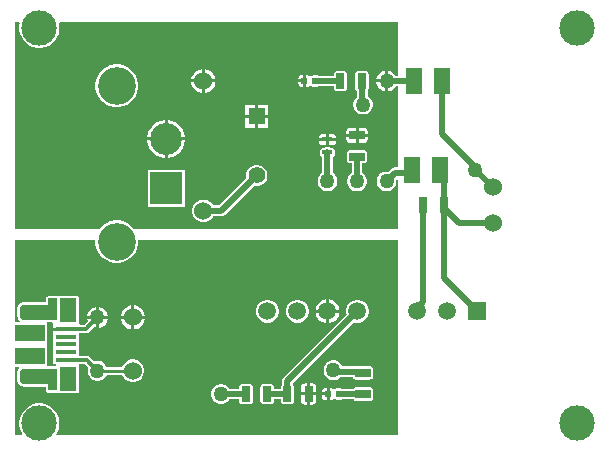
<source format=gtl>
G04*
G04 #@! TF.GenerationSoftware,Altium Limited,Altium Designer,21.7.1 (17)*
G04*
G04 Layer_Physical_Order=1*
G04 Layer_Color=255*
%FSLAX25Y25*%
%MOIN*%
G70*
G04*
G04 #@! TF.SameCoordinates,6A9AB2AD-3E5E-4466-BBF7-A39550D9A4E3*
G04*
G04*
G04 #@! TF.FilePolarity,Positive*
G04*
G01*
G75*
%ADD16C,0.01000*%
%ADD17C,0.01968*%
%ADD38R,0.06890X0.01575*%
%ADD39R,0.09843X0.05610*%
%ADD40R,0.05630X0.09134*%
G04:AMPARAMS|DCode=41|XSize=51.18mil|YSize=29.92mil|CornerRadius=3.74mil|HoleSize=0mil|Usage=FLASHONLY|Rotation=90.000|XOffset=0mil|YOffset=0mil|HoleType=Round|Shape=RoundedRectangle|*
%AMROUNDEDRECTD41*
21,1,0.05118,0.02244,0,0,90.0*
21,1,0.04370,0.02992,0,0,90.0*
1,1,0.00748,0.01122,0.02185*
1,1,0.00748,0.01122,-0.02185*
1,1,0.00748,-0.01122,-0.02185*
1,1,0.00748,-0.01122,0.02185*
%
%ADD41ROUNDEDRECTD41*%
G04:AMPARAMS|DCode=42|XSize=51.18mil|YSize=29.92mil|CornerRadius=3.74mil|HoleSize=0mil|Usage=FLASHONLY|Rotation=180.000|XOffset=0mil|YOffset=0mil|HoleType=Round|Shape=RoundedRectangle|*
%AMROUNDEDRECTD42*
21,1,0.05118,0.02244,0,0,180.0*
21,1,0.04370,0.02992,0,0,180.0*
1,1,0.00748,-0.02185,0.01122*
1,1,0.00748,0.02185,0.01122*
1,1,0.00748,0.02185,-0.01122*
1,1,0.00748,-0.02185,-0.01122*
%
%ADD42ROUNDEDRECTD42*%
G04:AMPARAMS|DCode=43|XSize=21.65mil|YSize=19.68mil|CornerRadius=2.46mil|HoleSize=0mil|Usage=FLASHONLY|Rotation=270.000|XOffset=0mil|YOffset=0mil|HoleType=Round|Shape=RoundedRectangle|*
%AMROUNDEDRECTD43*
21,1,0.02165,0.01476,0,0,270.0*
21,1,0.01673,0.01968,0,0,270.0*
1,1,0.00492,-0.00738,-0.00837*
1,1,0.00492,-0.00738,0.00837*
1,1,0.00492,0.00738,0.00837*
1,1,0.00492,0.00738,-0.00837*
%
%ADD43ROUNDEDRECTD43*%
G04:AMPARAMS|DCode=44|XSize=15.75mil|YSize=35.43mil|CornerRadius=1.97mil|HoleSize=0mil|Usage=FLASHONLY|Rotation=270.000|XOffset=0mil|YOffset=0mil|HoleType=Round|Shape=RoundedRectangle|*
%AMROUNDEDRECTD44*
21,1,0.01575,0.03150,0,0,270.0*
21,1,0.01181,0.03543,0,0,270.0*
1,1,0.00394,-0.01575,-0.00591*
1,1,0.00394,-0.01575,0.00591*
1,1,0.00394,0.01575,0.00591*
1,1,0.00394,0.01575,-0.00591*
%
%ADD44ROUNDEDRECTD44*%
%ADD45C,0.06000*%
%ADD46C,0.01181*%
%ADD47R,0.05748X0.07874*%
%ADD48R,0.05937X0.05937*%
%ADD49C,0.05937*%
%ADD50O,0.06693X0.04724*%
%ADD51O,0.05512X0.03937*%
%ADD52R,0.10630X0.10630*%
%ADD53C,0.10630*%
%ADD54C,0.12598*%
%ADD55R,0.05512X0.05512*%
%ADD56C,0.05512*%
%ADD57C,0.11811*%
%ADD58C,0.05000*%
G36*
X129528Y125822D02*
X128589D01*
X128391Y126165D01*
X127740Y126816D01*
X126942Y127277D01*
X126091Y127505D01*
Y124016D01*
Y120526D01*
X126942Y120754D01*
X127740Y121215D01*
X128391Y121867D01*
X128589Y122209D01*
X129528D01*
Y95186D01*
X128419D01*
X127728Y95048D01*
X127142Y94657D01*
X126260Y93775D01*
X126023Y93839D01*
X125158D01*
X124322Y93615D01*
X123572Y93182D01*
X122960Y92570D01*
X122527Y91820D01*
X122303Y90984D01*
Y90118D01*
X122527Y89282D01*
X122960Y88533D01*
X123572Y87921D01*
X124322Y87488D01*
X125158Y87264D01*
X126023D01*
X126859Y87488D01*
X127609Y87921D01*
X128221Y88533D01*
X128654Y89282D01*
X128878Y90118D01*
Y90984D01*
X129028Y91103D01*
X129528Y90863D01*
Y74803D01*
X41259D01*
X41135Y74990D01*
X40147Y75977D01*
X38987Y76753D01*
X37697Y77287D01*
X36328Y77559D01*
X34932D01*
X33563Y77287D01*
X32273Y76753D01*
X31113Y75977D01*
X30125Y74990D01*
X30001Y74803D01*
X1575D01*
Y143701D01*
X2900D01*
X3311Y143201D01*
X3150Y142392D01*
Y141073D01*
X3407Y139780D01*
X3911Y138562D01*
X4644Y137466D01*
X5576Y136534D01*
X6672Y135801D01*
X7890Y135297D01*
X9183Y135039D01*
X10502D01*
X11795Y135297D01*
X13013Y135801D01*
X14109Y136534D01*
X15041Y137466D01*
X15774Y138562D01*
X16278Y139780D01*
X16535Y141073D01*
Y142392D01*
X16374Y143201D01*
X16785Y143701D01*
X129528D01*
Y125822D01*
D02*
G37*
G36*
Y5906D02*
X15792D01*
X15556Y6346D01*
X15774Y6672D01*
X16278Y7890D01*
X16535Y9183D01*
Y10502D01*
X16278Y11795D01*
X15774Y13013D01*
X15041Y14109D01*
X14109Y15041D01*
X13013Y15774D01*
X11795Y16278D01*
X10502Y16535D01*
X9183D01*
X7890Y16278D01*
X6672Y15774D01*
X5576Y15041D01*
X4644Y14109D01*
X3911Y13013D01*
X3407Y11795D01*
X3150Y10502D01*
Y9183D01*
X3407Y7890D01*
X3911Y6672D01*
X4129Y6346D01*
X3893Y5906D01*
X1575D01*
Y28839D01*
X3184D01*
X3345Y28424D01*
X3351Y28339D01*
X3332Y28318D01*
X3284Y28289D01*
X3174Y28187D01*
X3165Y28174D01*
X3153Y28166D01*
X3049Y28062D01*
X3017Y28015D01*
X2975Y27977D01*
X2879Y27849D01*
X2857Y27806D01*
X2825Y27769D01*
X2754Y27647D01*
X2750Y27633D01*
X2740Y27621D01*
X2673Y27495D01*
X2659Y27448D01*
X2633Y27406D01*
X2574Y27253D01*
X2566Y27210D01*
X2547Y27171D01*
X2506Y27015D01*
X2503Y26973D01*
X2488Y26933D01*
X2463Y26770D01*
X2465Y26726D01*
X2454Y26683D01*
X2446Y26514D01*
X2449Y26495D01*
X2445Y26476D01*
Y24508D01*
X2450Y24486D01*
X2446Y24465D01*
X2454Y24319D01*
X2462Y24287D01*
X2460Y24255D01*
X2480Y24109D01*
X2488Y24087D01*
X2487Y24064D01*
X2511Y23942D01*
X2529Y23899D01*
X2534Y23852D01*
X2585Y23690D01*
X2613Y23639D01*
X2629Y23582D01*
X2699Y23436D01*
X2713Y23419D01*
X2719Y23397D01*
X2798Y23256D01*
X2835Y23212D01*
X2860Y23161D01*
X2959Y23031D01*
X2979Y23012D01*
X2993Y22988D01*
X3099Y22866D01*
X3144Y22832D01*
X3179Y22787D01*
X3297Y22685D01*
X3322Y22670D01*
X3341Y22649D01*
X3467Y22555D01*
X3505Y22536D01*
X3536Y22508D01*
X3673Y22426D01*
X3703Y22415D01*
X3728Y22396D01*
X3877Y22321D01*
X3942Y22303D01*
X4002Y22272D01*
X4143Y22228D01*
X4215Y22207D01*
X4236Y22204D01*
X4255Y22195D01*
X4325Y22178D01*
X4382Y22175D01*
X4436Y22158D01*
X4585Y22142D01*
X4607Y22144D01*
X4628Y22139D01*
X4782Y22131D01*
X4802Y22134D01*
X4823Y22130D01*
X12091D01*
Y20866D01*
X12152Y20559D01*
X12326Y20299D01*
X12586Y20124D01*
X12894Y20063D01*
X15650D01*
X15957Y20124D01*
X16141Y20248D01*
X16327Y20123D01*
X16634Y20062D01*
X22382D01*
X22690Y20123D01*
X22950Y20298D01*
X23124Y20558D01*
X23185Y20865D01*
Y28739D01*
X23124Y29046D01*
X23093Y29094D01*
X23038Y29241D01*
X23157Y29581D01*
X23245Y29697D01*
X25009D01*
X26128Y28578D01*
X25945Y27893D01*
Y27028D01*
X26169Y26192D01*
X26602Y25442D01*
X27214Y24830D01*
X27963Y24397D01*
X28800Y24173D01*
X29665D01*
X30501Y24397D01*
X31251Y24830D01*
X31863Y25442D01*
X32270Y26148D01*
X37474D01*
X37514Y25999D01*
X38013Y25135D01*
X38718Y24430D01*
X39581Y23931D01*
X40545Y23673D01*
X41542D01*
X42505Y23931D01*
X43369Y24430D01*
X44074Y25135D01*
X44573Y25999D01*
X44831Y26962D01*
Y27959D01*
X44573Y28923D01*
X44074Y29786D01*
X43369Y30491D01*
X42505Y30990D01*
X41542Y31248D01*
X40545D01*
X39581Y30990D01*
X38718Y30491D01*
X38013Y29786D01*
X37514Y28923D01*
X37474Y28773D01*
X32270D01*
X31863Y29479D01*
X31251Y30091D01*
X30501Y30524D01*
X29665Y30748D01*
X28800D01*
X28115Y30565D01*
X26584Y32096D01*
X26128Y32400D01*
X25591Y32507D01*
X22933D01*
Y34646D01*
Y39551D01*
X23146D01*
Y39934D01*
X25394D01*
X25931Y40041D01*
X26387Y40345D01*
X27942Y41899D01*
X28732Y41688D01*
Y44677D01*
X25743D01*
X25955Y43886D01*
X24812Y42744D01*
X23447D01*
X23149Y43203D01*
X23169Y43617D01*
X23185Y43700D01*
Y51574D01*
X23124Y51881D01*
X22950Y52142D01*
X22690Y52316D01*
X22382Y52377D01*
X16634D01*
X16327Y52316D01*
X16143Y52192D01*
X15957Y52316D01*
X15650Y52378D01*
X12894D01*
X12586Y52316D01*
X12326Y52143D01*
X12152Y51882D01*
X12091Y51575D01*
Y50311D01*
X4823D01*
X4802Y50307D01*
X4782Y50310D01*
X4628Y50302D01*
X4607Y50296D01*
X4585Y50298D01*
X4436Y50283D01*
X4382Y50266D01*
X4325Y50263D01*
X4255Y50246D01*
X4236Y50237D01*
X4215Y50235D01*
X4002Y50169D01*
X3942Y50138D01*
X3877Y50120D01*
X3728Y50045D01*
X3703Y50026D01*
X3673Y50015D01*
X3536Y49933D01*
X3505Y49904D01*
X3467Y49886D01*
X3341Y49792D01*
X3322Y49771D01*
X3297Y49756D01*
X3179Y49654D01*
X3144Y49609D01*
X3099Y49575D01*
X2993Y49452D01*
X2979Y49428D01*
X2959Y49410D01*
X2860Y49280D01*
X2835Y49229D01*
X2798Y49185D01*
X2719Y49043D01*
X2713Y49022D01*
X2699Y49005D01*
X2629Y48859D01*
X2613Y48802D01*
X2585Y48750D01*
X2534Y48589D01*
X2529Y48542D01*
X2511Y48499D01*
X2487Y48377D01*
X2488Y48354D01*
X2480Y48332D01*
X2460Y48186D01*
X2462Y48154D01*
X2454Y48122D01*
X2446Y47976D01*
X2450Y47955D01*
X2445Y47933D01*
Y45965D01*
X2449Y45946D01*
X2446Y45927D01*
X2454Y45758D01*
X2465Y45715D01*
X2463Y45671D01*
X2488Y45508D01*
X2503Y45468D01*
X2506Y45426D01*
X2547Y45270D01*
X2566Y45231D01*
X2574Y45188D01*
X2633Y45035D01*
X2659Y44993D01*
X2673Y44946D01*
X2740Y44820D01*
X2750Y44808D01*
X2754Y44794D01*
X2825Y44672D01*
X2857Y44635D01*
X2879Y44592D01*
X2975Y44464D01*
X3017Y44426D01*
X3049Y44379D01*
X3153Y44275D01*
X3165Y44266D01*
X3174Y44254D01*
X3284Y44152D01*
X3332Y44123D01*
X3351Y44102D01*
X3345Y44017D01*
X3184Y43602D01*
X1575D01*
Y70866D01*
X28543D01*
Y69775D01*
X28816Y68405D01*
X29350Y67116D01*
X30125Y65955D01*
X31113Y64968D01*
X32273Y64192D01*
X33563Y63658D01*
X34932Y63386D01*
X36328D01*
X37697Y63658D01*
X38987Y64192D01*
X40147Y64968D01*
X41135Y65955D01*
X41910Y67116D01*
X42444Y68405D01*
X42717Y69775D01*
Y70866D01*
X129528D01*
Y5906D01*
D02*
G37*
G36*
X15650Y44390D02*
X4736D01*
X4650Y44394D01*
X4567Y44409D01*
X4488Y44425D01*
X4421Y44441D01*
X4354Y44461D01*
X4228Y44508D01*
X4087Y44571D01*
X3949Y44657D01*
X3831Y44740D01*
X3720Y44842D01*
X3616Y44947D01*
X3520Y45075D01*
X3449Y45197D01*
X3382Y45323D01*
X3323Y45476D01*
X3281Y45632D01*
X3256Y45795D01*
X3248Y45965D01*
Y47933D01*
X3256Y48079D01*
X3276Y48224D01*
X3299Y48346D01*
X3350Y48508D01*
X3421Y48654D01*
X3500Y48795D01*
X3598Y48925D01*
X3705Y49047D01*
X3823Y49150D01*
X3949Y49244D01*
X4087Y49327D01*
X4236Y49402D01*
X4378Y49445D01*
X4449Y49467D01*
X4520Y49484D01*
X4669Y49500D01*
X4823Y49508D01*
X12894D01*
Y51575D01*
X15650D01*
Y44390D01*
D02*
G37*
G36*
X14256Y43126D02*
X14256D01*
Y41839D01*
X18701D01*
Y40839D01*
X14256D01*
Y39551D01*
X14469D01*
Y34646D01*
Y32087D01*
Y29528D01*
X15272D01*
X15541Y29028D01*
X15426Y28854D01*
X12303D01*
Y36024D01*
X12303D01*
Y36417D01*
X12303D01*
Y43587D01*
X14162D01*
X14256Y43126D01*
D02*
G37*
G36*
X15650Y20866D02*
X12894D01*
Y22933D01*
X4823D01*
X4669Y22941D01*
X4520Y22957D01*
X4449Y22974D01*
X4378Y22996D01*
X4236Y23039D01*
X4087Y23114D01*
X3949Y23197D01*
X3823Y23291D01*
X3705Y23394D01*
X3598Y23516D01*
X3500Y23646D01*
X3421Y23787D01*
X3350Y23933D01*
X3299Y24094D01*
X3276Y24216D01*
X3256Y24362D01*
X3248Y24508D01*
Y26476D01*
X3256Y26646D01*
X3281Y26809D01*
X3323Y26965D01*
X3382Y27118D01*
X3449Y27244D01*
X3520Y27366D01*
X3616Y27494D01*
X3720Y27598D01*
X3831Y27701D01*
X3949Y27784D01*
X4087Y27870D01*
X4228Y27933D01*
X4354Y27980D01*
X4421Y28000D01*
X4488Y28016D01*
X4567Y28032D01*
X4650Y28047D01*
X4736Y28051D01*
X15650D01*
Y20866D01*
D02*
G37*
%LPC*%
G36*
X111358Y127385D02*
X109114D01*
X108661Y127295D01*
X108277Y127038D01*
X108020Y126654D01*
X107930Y126201D01*
Y125822D01*
X102938D01*
X102933Y125826D01*
X102530Y125906D01*
X101053D01*
X100650Y125826D01*
X100308Y125598D01*
X99878Y125740D01*
X99820Y125767D01*
X99433Y126026D01*
X98947Y126123D01*
X98709D01*
Y124016D01*
Y121909D01*
X98947D01*
X99433Y122005D01*
X99820Y122264D01*
X99878Y122292D01*
X100308Y122434D01*
X100443Y122344D01*
X100650Y122206D01*
X101053Y122125D01*
X102530D01*
X102933Y122206D01*
X102938Y122209D01*
X107930D01*
Y121831D01*
X108020Y121378D01*
X108277Y120993D01*
X108661Y120737D01*
X109114Y120647D01*
X111358D01*
X111811Y120737D01*
X112196Y120993D01*
X112452Y121378D01*
X112542Y121831D01*
Y126201D01*
X112452Y126654D01*
X112196Y127038D01*
X111811Y127295D01*
X111358Y127385D01*
D02*
G37*
G36*
X125091Y127505D02*
X124240Y127277D01*
X123442Y126816D01*
X122790Y126165D01*
X122329Y125367D01*
X122101Y124516D01*
X125091D01*
Y127505D01*
D02*
G37*
G36*
X65093Y128016D02*
X65067D01*
Y124516D01*
X68567D01*
Y124542D01*
X68294Y125560D01*
X67768Y126472D01*
X67023Y127217D01*
X66111Y127743D01*
X65093Y128016D01*
D02*
G37*
G36*
X64067D02*
X64040D01*
X63023Y127743D01*
X62111Y127217D01*
X61366Y126472D01*
X60839Y125560D01*
X60567Y124542D01*
Y124516D01*
X64067D01*
Y128016D01*
D02*
G37*
G36*
X97709Y126123D02*
X97470D01*
X96984Y126026D01*
X96572Y125751D01*
X96297Y125338D01*
X96200Y124852D01*
Y124516D01*
X97709D01*
Y126123D01*
D02*
G37*
G36*
Y123516D02*
X96200D01*
Y123179D01*
X96297Y122693D01*
X96572Y122281D01*
X96984Y122005D01*
X97470Y121909D01*
X97709D01*
Y123516D01*
D02*
G37*
G36*
X125091Y123516D02*
X122101D01*
X122329Y122665D01*
X122790Y121867D01*
X123442Y121215D01*
X124240Y120754D01*
X125091Y120526D01*
Y123516D01*
D02*
G37*
G36*
X68567D02*
X65067D01*
Y120016D01*
X65093D01*
X66111Y120288D01*
X67023Y120815D01*
X67768Y121560D01*
X68294Y122472D01*
X68567Y123489D01*
Y123516D01*
D02*
G37*
G36*
X64067D02*
X60567D01*
Y123489D01*
X60839Y122472D01*
X61366Y121560D01*
X62111Y120815D01*
X63023Y120288D01*
X64040Y120016D01*
X64067D01*
Y123516D01*
D02*
G37*
G36*
X36328Y129527D02*
X34932D01*
X33563Y129255D01*
X32273Y128721D01*
X31113Y127945D01*
X30125Y126958D01*
X29350Y125798D01*
X28816Y124508D01*
X28543Y123139D01*
Y121743D01*
X28816Y120374D01*
X29350Y119084D01*
X30125Y117923D01*
X31113Y116936D01*
X32273Y116161D01*
X33563Y115627D01*
X34932Y115354D01*
X36328D01*
X37697Y115627D01*
X38987Y116161D01*
X40147Y116936D01*
X41135Y117923D01*
X41910Y119084D01*
X42444Y120374D01*
X42717Y121743D01*
Y123139D01*
X42444Y124508D01*
X41910Y125798D01*
X41135Y126958D01*
X40147Y127945D01*
X38987Y128721D01*
X37697Y129255D01*
X36328Y129527D01*
D02*
G37*
G36*
X118405Y127385D02*
X116161D01*
X115708Y127295D01*
X115324Y127038D01*
X115067Y126654D01*
X114977Y126201D01*
Y121831D01*
X115067Y121378D01*
X115324Y120993D01*
X115694Y120747D01*
Y118768D01*
X115086Y118160D01*
X114653Y117411D01*
X114429Y116575D01*
Y115709D01*
X114653Y114873D01*
X115086Y114123D01*
X115698Y113511D01*
X116448Y113078D01*
X117284Y112854D01*
X118149D01*
X118985Y113078D01*
X119735Y113511D01*
X120347Y114123D01*
X120780Y114873D01*
X121004Y115709D01*
Y116575D01*
X120780Y117411D01*
X120347Y118160D01*
X119735Y118772D01*
X119306Y119020D01*
Y121089D01*
X119500Y121378D01*
X119590Y121831D01*
Y126201D01*
X119500Y126654D01*
X119243Y127038D01*
X118859Y127295D01*
X118405Y127385D01*
D02*
G37*
G36*
X86039Y115961D02*
X82784D01*
Y112705D01*
X86039D01*
Y115961D01*
D02*
G37*
G36*
X81783D02*
X78528D01*
Y112705D01*
X81783D01*
Y115961D01*
D02*
G37*
G36*
X86039Y111705D02*
X82784D01*
Y108449D01*
X86039D01*
Y111705D01*
D02*
G37*
G36*
X81783D02*
X78528D01*
Y108449D01*
X81783D01*
Y111705D01*
D02*
G37*
G36*
X117933Y108389D02*
X116248D01*
Y106366D01*
X119334D01*
Y106988D01*
X119227Y107524D01*
X118924Y107979D01*
X118469Y108282D01*
X117933Y108389D01*
D02*
G37*
G36*
X115248D02*
X113563D01*
X113027Y108282D01*
X112572Y107979D01*
X112269Y107524D01*
X112162Y106988D01*
Y106366D01*
X115248D01*
Y108389D01*
D02*
G37*
G36*
X52787Y111039D02*
X52665D01*
Y105224D01*
X58480D01*
Y105346D01*
X58238Y106566D01*
X57762Y107716D01*
X57070Y108750D01*
X56191Y109630D01*
X55157Y110321D01*
X54007Y110797D01*
X52787Y111039D01*
D02*
G37*
G36*
X51665D02*
X51543D01*
X50323Y110797D01*
X49174Y110321D01*
X48140Y109630D01*
X47260Y108750D01*
X46569Y107716D01*
X46093Y106566D01*
X45850Y105346D01*
Y105224D01*
X51665D01*
Y111039D01*
D02*
G37*
G36*
X107480Y106338D02*
X106405D01*
Y105027D01*
X108701D01*
Y105118D01*
X108608Y105585D01*
X108343Y105981D01*
X107947Y106246D01*
X107480Y106338D01*
D02*
G37*
G36*
X105405D02*
X104331D01*
X103864Y106246D01*
X103468Y105981D01*
X103203Y105585D01*
X103110Y105118D01*
Y105027D01*
X105405D01*
Y106338D01*
D02*
G37*
G36*
X119334Y105366D02*
X116248D01*
Y103343D01*
X117933D01*
X118469Y103450D01*
X118924Y103753D01*
X119227Y104208D01*
X119334Y104744D01*
Y105366D01*
D02*
G37*
G36*
X115248D02*
X112162D01*
Y104744D01*
X112269Y104208D01*
X112572Y103753D01*
X113027Y103450D01*
X113563Y103343D01*
X115248D01*
Y105366D01*
D02*
G37*
G36*
X108701Y104027D02*
X106405D01*
Y102717D01*
X107480D01*
X107947Y102810D01*
X108343Y103074D01*
X108608Y103470D01*
X108701Y103937D01*
Y104027D01*
D02*
G37*
G36*
X105405D02*
X103110D01*
Y103937D01*
X103203Y103470D01*
X103468Y103074D01*
X103864Y102810D01*
X104331Y102717D01*
X105405D01*
Y104027D01*
D02*
G37*
G36*
X58480Y104224D02*
X52665D01*
Y98409D01*
X52787D01*
X54007Y98652D01*
X55157Y99128D01*
X56191Y99819D01*
X57070Y100699D01*
X57762Y101733D01*
X58238Y102882D01*
X58480Y104102D01*
Y104224D01*
D02*
G37*
G36*
X51665D02*
X45850D01*
Y104102D01*
X46093Y102882D01*
X46569Y101733D01*
X47260Y100699D01*
X48140Y99819D01*
X49174Y99128D01*
X50323Y98652D01*
X51543Y98409D01*
X51665D01*
Y104224D01*
D02*
G37*
G36*
X82750Y96063D02*
X81817D01*
X80916Y95821D01*
X80108Y95355D01*
X79448Y94695D01*
X78982Y93887D01*
X78740Y92986D01*
Y92053D01*
X78851Y91641D01*
X69724Y82515D01*
X67897D01*
X67598Y83034D01*
X66892Y83739D01*
X66029Y84238D01*
X65065Y84496D01*
X64068D01*
X63105Y84238D01*
X62241Y83739D01*
X61536Y83034D01*
X61038Y82170D01*
X60780Y81207D01*
Y80210D01*
X61038Y79247D01*
X61536Y78383D01*
X62241Y77678D01*
X63105Y77179D01*
X64068Y76921D01*
X65065D01*
X66029Y77179D01*
X66892Y77678D01*
X67598Y78383D01*
X67897Y78902D01*
X70472D01*
X71164Y79040D01*
X71750Y79431D01*
X81405Y89087D01*
X81817Y88976D01*
X82750D01*
X83651Y89218D01*
X84459Y89684D01*
X85119Y90344D01*
X85585Y91152D01*
X85827Y92053D01*
Y92986D01*
X85585Y93887D01*
X85119Y94695D01*
X84459Y95355D01*
X83651Y95821D01*
X82750Y96063D01*
D02*
G37*
G36*
X117933Y101125D02*
X113563D01*
X113110Y101035D01*
X112726Y100778D01*
X112469Y100394D01*
X112379Y99941D01*
Y97697D01*
X112469Y97244D01*
X112726Y96860D01*
X113110Y96603D01*
X113563Y96513D01*
X113942D01*
Y93304D01*
X113730Y93182D01*
X113118Y92570D01*
X112685Y91820D01*
X112461Y90984D01*
Y90118D01*
X112685Y89282D01*
X113118Y88533D01*
X113730Y87921D01*
X114479Y87488D01*
X115315Y87264D01*
X116181D01*
X117017Y87488D01*
X117766Y87921D01*
X118379Y88533D01*
X118811Y89282D01*
X119035Y90118D01*
Y90984D01*
X118811Y91820D01*
X118379Y92570D01*
X117766Y93182D01*
X117554Y93304D01*
Y96513D01*
X117933D01*
X118386Y96603D01*
X118770Y96860D01*
X119027Y97244D01*
X119117Y97697D01*
Y99941D01*
X119027Y100394D01*
X118770Y100778D01*
X118386Y101035D01*
X117933Y101125D01*
D02*
G37*
G36*
X105905Y102003D02*
X105214Y101866D01*
X105102Y101791D01*
X104331D01*
X103947Y101715D01*
X103621Y101497D01*
X103404Y101171D01*
X103327Y100787D01*
Y99606D01*
X103404Y99222D01*
X103621Y98897D01*
X103947Y98679D01*
X104099Y98649D01*
Y93304D01*
X103887Y93182D01*
X103275Y92570D01*
X102842Y91820D01*
X102618Y90984D01*
Y90118D01*
X102842Y89282D01*
X103275Y88533D01*
X103887Y87921D01*
X104637Y87488D01*
X105473Y87264D01*
X106338D01*
X107174Y87488D01*
X107924Y87921D01*
X108536Y88533D01*
X108969Y89282D01*
X109193Y90118D01*
Y90984D01*
X108969Y91820D01*
X108536Y92570D01*
X107924Y93182D01*
X107712Y93304D01*
Y98649D01*
X107864Y98679D01*
X108190Y98897D01*
X108407Y99222D01*
X108484Y99606D01*
Y100787D01*
X108407Y101171D01*
X108190Y101497D01*
X107864Y101715D01*
X107480Y101791D01*
X106709D01*
X106597Y101866D01*
X105905Y102003D01*
D02*
G37*
G36*
X58268Y94291D02*
X46063D01*
Y82087D01*
X58268D01*
Y94291D01*
D02*
G37*
G36*
X106428Y51213D02*
X106405D01*
Y47744D01*
X109874D01*
Y47767D01*
X109604Y48776D01*
X109081Y49681D01*
X108342Y50420D01*
X107437Y50942D01*
X106428Y51213D01*
D02*
G37*
G36*
X105405D02*
X105383D01*
X104374Y50942D01*
X103469Y50420D01*
X102730Y49681D01*
X102208Y48776D01*
X101937Y47767D01*
Y47744D01*
X105405D01*
Y51213D01*
D02*
G37*
G36*
X41570Y49177D02*
X41543D01*
Y45677D01*
X45043D01*
Y45704D01*
X44771Y46721D01*
X44244Y47633D01*
X43499Y48378D01*
X42587Y48905D01*
X41570Y49177D01*
D02*
G37*
G36*
X40543D02*
X40517D01*
X39499Y48905D01*
X38587Y48378D01*
X37843Y47633D01*
X37316Y46721D01*
X37043Y45704D01*
Y45677D01*
X40543D01*
Y49177D01*
D02*
G37*
G36*
X29732Y48667D02*
Y45677D01*
X32722D01*
X32494Y46528D01*
X32033Y47326D01*
X31381Y47978D01*
X30583Y48439D01*
X29732Y48667D01*
D02*
G37*
G36*
X28732D02*
X27881Y48439D01*
X27083Y47978D01*
X26432Y47326D01*
X25971Y46528D01*
X25743Y45677D01*
X28732D01*
Y48667D01*
D02*
G37*
G36*
X116400Y51000D02*
X115411D01*
X114456Y50744D01*
X113599Y50250D01*
X112900Y49550D01*
X112406Y48694D01*
X112150Y47739D01*
Y46750D01*
X112299Y46192D01*
X91282Y25175D01*
X90890Y24589D01*
X90753Y23898D01*
Y22810D01*
X90600Y22707D01*
X90343Y22323D01*
X90253Y21870D01*
Y21491D01*
X88133D01*
Y21870D01*
X88043Y22323D01*
X87786Y22707D01*
X87402Y22964D01*
X86949Y23054D01*
X84705D01*
X84252Y22964D01*
X83867Y22707D01*
X83611Y22323D01*
X83521Y21870D01*
Y17500D01*
X83611Y17047D01*
X83867Y16663D01*
X84252Y16406D01*
X84705Y16316D01*
X86949D01*
X87402Y16406D01*
X87786Y16663D01*
X88043Y17047D01*
X88133Y17500D01*
Y17879D01*
X90253D01*
Y17500D01*
X90343Y17047D01*
X90600Y16663D01*
X90984Y16406D01*
X91437Y16316D01*
X93681D01*
X94134Y16406D01*
X94518Y16663D01*
X94775Y17047D01*
X94865Y17500D01*
Y21870D01*
X94775Y22323D01*
X94518Y22707D01*
X94513Y22711D01*
X94475Y23259D01*
X114854Y43638D01*
X115411Y43488D01*
X116400D01*
X117355Y43744D01*
X118212Y44239D01*
X118911Y44938D01*
X119405Y45794D01*
X119661Y46750D01*
Y47739D01*
X119405Y48694D01*
X118911Y49550D01*
X118212Y50250D01*
X117355Y50744D01*
X116400Y51000D01*
D02*
G37*
G36*
X96400D02*
X95411D01*
X94456Y50744D01*
X93599Y50250D01*
X92900Y49550D01*
X92406Y48694D01*
X92150Y47739D01*
Y46750D01*
X92406Y45794D01*
X92900Y44938D01*
X93599Y44239D01*
X94456Y43744D01*
X95411Y43488D01*
X96400D01*
X97355Y43744D01*
X98212Y44239D01*
X98911Y44938D01*
X99405Y45794D01*
X99661Y46750D01*
Y47739D01*
X99405Y48694D01*
X98911Y49550D01*
X98212Y50250D01*
X97355Y50744D01*
X96400Y51000D01*
D02*
G37*
G36*
X86400D02*
X85411D01*
X84456Y50744D01*
X83599Y50250D01*
X82900Y49550D01*
X82406Y48694D01*
X82150Y47739D01*
Y46750D01*
X82406Y45794D01*
X82900Y44938D01*
X83599Y44239D01*
X84456Y43744D01*
X85411Y43488D01*
X86400D01*
X87355Y43744D01*
X88212Y44239D01*
X88911Y44938D01*
X89405Y45794D01*
X89661Y46750D01*
Y47739D01*
X89405Y48694D01*
X88911Y49550D01*
X88212Y50250D01*
X87355Y50744D01*
X86400Y51000D01*
D02*
G37*
G36*
X109874Y46744D02*
X106405D01*
Y43276D01*
X106428D01*
X107437Y43546D01*
X108342Y44069D01*
X109081Y44807D01*
X109604Y45712D01*
X109874Y46722D01*
Y46744D01*
D02*
G37*
G36*
X105405D02*
X101937D01*
Y46722D01*
X102208Y45712D01*
X102730Y44807D01*
X103469Y44069D01*
X104374Y43546D01*
X105383Y43276D01*
X105405D01*
Y46744D01*
D02*
G37*
G36*
X32722Y44677D02*
X29732D01*
Y41688D01*
X30583Y41916D01*
X31381Y42377D01*
X32033Y43028D01*
X32494Y43826D01*
X32722Y44677D01*
D02*
G37*
G36*
X45043D02*
X41543D01*
Y41177D01*
X41570D01*
X42587Y41450D01*
X43499Y41976D01*
X44244Y42721D01*
X44771Y43633D01*
X45043Y44651D01*
Y44677D01*
D02*
G37*
G36*
X40543D02*
X37043D01*
Y44651D01*
X37316Y43633D01*
X37843Y42721D01*
X38587Y41976D01*
X39499Y41450D01*
X40517Y41177D01*
X40543D01*
Y44677D01*
D02*
G37*
G36*
X108307Y30846D02*
X107441D01*
X106605Y30622D01*
X105856Y30190D01*
X105243Y29578D01*
X104811Y28828D01*
X104587Y27992D01*
Y27126D01*
X104811Y26290D01*
X105243Y25541D01*
X105856Y24928D01*
X106605Y24496D01*
X107441Y24272D01*
X108307D01*
X109143Y24496D01*
X109892Y24928D01*
X110303Y25339D01*
X114401D01*
X114437Y25157D01*
X114694Y24773D01*
X115078Y24516D01*
X115532Y24426D01*
X119902D01*
X120355Y24516D01*
X120739Y24773D01*
X120996Y25157D01*
X121086Y25610D01*
Y27854D01*
X120996Y28308D01*
X120739Y28692D01*
X120355Y28948D01*
X119902Y29039D01*
X115532D01*
X115097Y28952D01*
X110866D01*
X110505Y29578D01*
X109892Y30190D01*
X109143Y30622D01*
X108307Y30846D01*
D02*
G37*
G36*
X119902Y21991D02*
X115532D01*
X115078Y21901D01*
X114694Y21644D01*
X114592Y21491D01*
X110812D01*
X110807Y21495D01*
X110404Y21575D01*
X108927D01*
X108524Y21495D01*
X108182Y21267D01*
X107752Y21409D01*
X107694Y21437D01*
X107307Y21695D01*
X106821Y21792D01*
X106583D01*
Y19685D01*
Y17578D01*
X106821D01*
X107307Y17675D01*
X107694Y17933D01*
X107752Y17961D01*
X108182Y18103D01*
X108317Y18013D01*
X108524Y17875D01*
X108927Y17795D01*
X110404D01*
X110807Y17875D01*
X110812Y17879D01*
X114592D01*
X114694Y17726D01*
X115078Y17469D01*
X115532Y17379D01*
X119902D01*
X120355Y17469D01*
X120739Y17726D01*
X120996Y18110D01*
X121086Y18563D01*
Y20807D01*
X120996Y21260D01*
X120739Y21644D01*
X120355Y21901D01*
X119902Y21991D01*
D02*
G37*
G36*
X79902Y23054D02*
X77658D01*
X77204Y22964D01*
X76820Y22707D01*
X76564Y22323D01*
X76473Y21870D01*
Y21491D01*
X73225D01*
X73103Y21704D01*
X72491Y22316D01*
X71741Y22748D01*
X70905Y22972D01*
X70040D01*
X69204Y22748D01*
X68454Y22316D01*
X67842Y21704D01*
X67409Y20954D01*
X67185Y20118D01*
Y19252D01*
X67409Y18416D01*
X67842Y17666D01*
X68454Y17054D01*
X69204Y16622D01*
X70040Y16398D01*
X70905D01*
X71741Y16622D01*
X72491Y17054D01*
X73103Y17666D01*
X73225Y17879D01*
X76473D01*
Y17500D01*
X76564Y17047D01*
X76820Y16663D01*
X77204Y16406D01*
X77658Y16316D01*
X79902D01*
X80355Y16406D01*
X80739Y16663D01*
X80996Y17047D01*
X81086Y17500D01*
Y21870D01*
X80996Y22323D01*
X80739Y22707D01*
X80355Y22964D01*
X79902Y23054D01*
D02*
G37*
G36*
X100728Y23271D02*
X100106D01*
Y20185D01*
X102129D01*
Y21870D01*
X102023Y22406D01*
X101719Y22861D01*
X101265Y23164D01*
X100728Y23271D01*
D02*
G37*
G36*
X99106D02*
X98484D01*
X97948Y23164D01*
X97494Y22861D01*
X97190Y22406D01*
X97083Y21870D01*
Y20185D01*
X99106D01*
Y23271D01*
D02*
G37*
G36*
X105583Y21792D02*
X105344D01*
X104858Y21695D01*
X104446Y21420D01*
X104171Y21008D01*
X104074Y20522D01*
Y20185D01*
X105583D01*
Y21792D01*
D02*
G37*
G36*
Y19185D02*
X104074D01*
Y18848D01*
X104171Y18362D01*
X104446Y17950D01*
X104858Y17675D01*
X105344Y17578D01*
X105583D01*
Y19185D01*
D02*
G37*
G36*
X102129Y19185D02*
X100106D01*
Y16099D01*
X100728D01*
X101265Y16206D01*
X101719Y16509D01*
X102023Y16964D01*
X102129Y17500D01*
Y19185D01*
D02*
G37*
G36*
X99106D02*
X97083D01*
Y17500D01*
X97190Y16964D01*
X97494Y16509D01*
X97948Y16206D01*
X98484Y16099D01*
X99106D01*
Y19185D01*
D02*
G37*
%LPD*%
D16*
X117283Y124016D02*
X117500Y123799D01*
Y116358D02*
X117717Y116142D01*
X115748Y98819D02*
X115768Y98839D01*
X125591Y90551D02*
X125591D01*
X155118Y94488D02*
Y94488D01*
X99590Y19669D02*
X99606Y19685D01*
X134705Y95695D02*
Y96457D01*
X132390Y93380D02*
X134705Y95695D01*
X29232Y27461D02*
X41043D01*
X109665Y19685D02*
X109665Y19685D01*
X107874Y27559D02*
X108287Y27146D01*
X117303D02*
X117717Y26732D01*
X155118Y94488D02*
Y95329D01*
D17*
X143445Y94488D02*
X144843Y93091D01*
Y81614D02*
Y93091D01*
Y58307D02*
Y81614D01*
X117500Y116358D02*
Y123799D01*
X101791Y124016D02*
X110236D01*
X110236Y124016D01*
X105905Y90551D02*
Y100197D01*
X70472Y80709D02*
X82284Y92520D01*
X64567Y80709D02*
X70472D01*
X125591Y90551D02*
X128419Y93380D01*
X132390D01*
X115748Y90551D02*
Y98819D01*
X144035Y106411D02*
Y124016D01*
X137795Y50298D02*
Y82677D01*
X135906Y47244D02*
Y48409D01*
X137795Y50298D01*
X70472Y19685D02*
X78780D01*
X92559Y23898D02*
X115905Y47244D01*
X92559Y19685D02*
Y23898D01*
X108287Y27146D02*
X117303D01*
X85827Y19685D02*
X92559D01*
X109665D02*
X117717D01*
X144843Y81614D02*
X149685Y76772D01*
X155118Y94488D02*
X161024Y88583D01*
X149685Y76772D02*
X161024D01*
X125591Y124016D02*
X134705D01*
X144035Y106411D02*
X155118Y95329D01*
X144843Y58307D02*
X155905Y47244D01*
D38*
X18701Y36220D02*
D03*
Y38780D02*
D03*
Y41339D02*
D03*
Y33661D02*
D03*
Y31102D02*
D03*
D39*
X6594Y40010D02*
D03*
Y32431D02*
D03*
D40*
X144035Y124016D02*
D03*
X134705D02*
D03*
X143445Y94488D02*
D03*
X134114D02*
D03*
D41*
X137795Y82677D02*
D03*
X144843D02*
D03*
X117283Y124016D02*
D03*
X110236D02*
D03*
X99606Y19685D02*
D03*
X92559D02*
D03*
X78780D02*
D03*
X85827D02*
D03*
D42*
X117717Y26732D02*
D03*
Y19685D02*
D03*
X115748Y98819D02*
D03*
Y105866D02*
D03*
D43*
X106083Y19685D02*
D03*
X109665D02*
D03*
X98209Y124016D02*
D03*
X101791D02*
D03*
D44*
X105905Y104528D02*
D03*
Y100197D02*
D03*
D45*
X41043Y45177D02*
D03*
Y27461D02*
D03*
X161024Y88583D02*
D03*
Y76772D02*
D03*
X64567Y80709D02*
D03*
Y124016D02*
D03*
D46*
X18701Y41339D02*
X25394D01*
X29232Y45177D01*
X18701Y31102D02*
X25591D01*
X29232Y27461D01*
D47*
X19508Y24802D02*
D03*
Y47637D02*
D03*
D48*
X155905Y47244D02*
D03*
D49*
X145905D02*
D03*
X135906D02*
D03*
X115905D02*
D03*
X105905D02*
D03*
X95906D02*
D03*
X85905D02*
D03*
D50*
X7579Y25492D02*
D03*
Y46949D02*
D03*
D51*
X19508Y26673D02*
D03*
Y45768D02*
D03*
D52*
X52165Y88189D02*
D03*
D53*
Y104724D02*
D03*
D54*
X35630Y122441D02*
D03*
Y70472D02*
D03*
D55*
X82284Y112205D02*
D03*
D56*
Y92520D02*
D03*
D57*
X9843Y141732D02*
D03*
X188976D02*
D03*
Y9843D02*
D03*
X9843D02*
D03*
D58*
X105905Y90551D02*
D03*
X155118Y94488D02*
D03*
X117717Y116142D02*
D03*
X115748Y90551D02*
D03*
X125591Y124016D02*
D03*
Y90551D02*
D03*
X107874Y27559D02*
D03*
X29232Y27461D02*
D03*
Y45177D02*
D03*
X70472Y19685D02*
D03*
M02*

</source>
